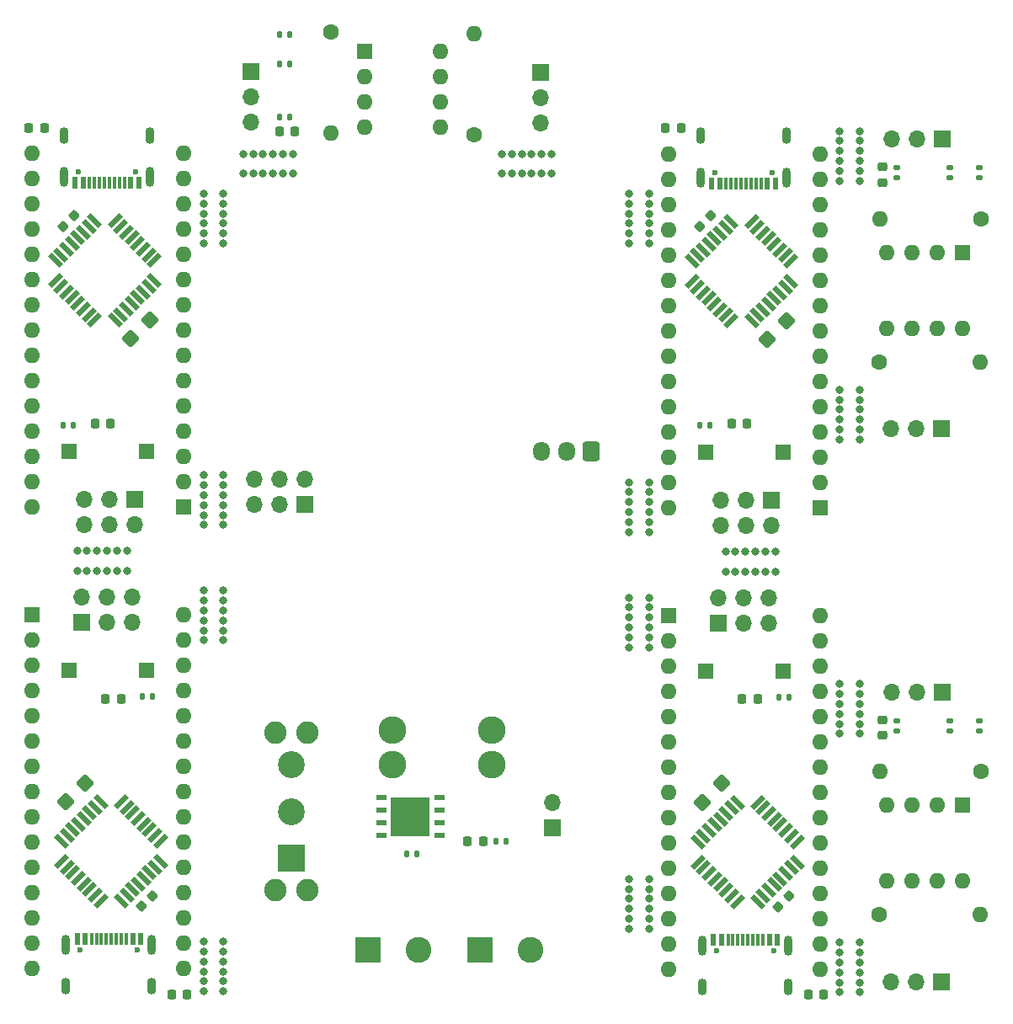
<source format=gbr>
%TF.GenerationSoftware,KiCad,Pcbnew,(6.0.1)*%
%TF.CreationDate,2022-04-04T10:53:51-04:00*%
%TF.ProjectId,arduino_usb_c,61726475-696e-46f5-9f75-73625f632e6b,rev?*%
%TF.SameCoordinates,Original*%
%TF.FileFunction,Soldermask,Top*%
%TF.FilePolarity,Negative*%
%FSLAX46Y46*%
G04 Gerber Fmt 4.6, Leading zero omitted, Abs format (unit mm)*
G04 Created by KiCad (PCBNEW (6.0.1)) date 2022-04-04 10:53:51*
%MOMM*%
%LPD*%
G01*
G04 APERTURE LIST*
G04 Aperture macros list*
%AMRoundRect*
0 Rectangle with rounded corners*
0 $1 Rounding radius*
0 $2 $3 $4 $5 $6 $7 $8 $9 X,Y pos of 4 corners*
0 Add a 4 corners polygon primitive as box body*
4,1,4,$2,$3,$4,$5,$6,$7,$8,$9,$2,$3,0*
0 Add four circle primitives for the rounded corners*
1,1,$1+$1,$2,$3*
1,1,$1+$1,$4,$5*
1,1,$1+$1,$6,$7*
1,1,$1+$1,$8,$9*
0 Add four rect primitives between the rounded corners*
20,1,$1+$1,$2,$3,$4,$5,0*
20,1,$1+$1,$4,$5,$6,$7,0*
20,1,$1+$1,$6,$7,$8,$9,0*
20,1,$1+$1,$8,$9,$2,$3,0*%
%AMRotRect*
0 Rectangle, with rotation*
0 The origin of the aperture is its center*
0 $1 length*
0 $2 width*
0 $3 Rotation angle, in degrees counterclockwise*
0 Add horizontal line*
21,1,$1,$2,0,0,$3*%
G04 Aperture macros list end*
%ADD10RoundRect,0.218750X0.218750X0.256250X-0.218750X0.256250X-0.218750X-0.256250X0.218750X-0.256250X0*%
%ADD11C,0.600000*%
%ADD12R,0.600000X1.160000*%
%ADD13R,0.300000X1.160000*%
%ADD14O,0.900000X1.700000*%
%ADD15O,0.900000X2.000000*%
%ADD16C,1.600000*%
%ADD17O,1.600000X1.600000*%
%ADD18C,0.800000*%
%ADD19R,1.500000X1.500000*%
%ADD20R,1.600000X1.600000*%
%ADD21RoundRect,0.135000X-0.135000X-0.185000X0.135000X-0.185000X0.135000X0.185000X-0.135000X0.185000X0*%
%ADD22RoundRect,0.218750X-0.218750X-0.256250X0.218750X-0.256250X0.218750X0.256250X-0.218750X0.256250X0*%
%ADD23RoundRect,0.135000X-0.185000X0.135000X-0.185000X-0.135000X0.185000X-0.135000X0.185000X0.135000X0*%
%ADD24RotRect,1.600000X0.550000X135.000000*%
%ADD25RotRect,1.600000X0.550000X225.000000*%
%ADD26RoundRect,0.250000X0.017678X0.618718X-0.618718X-0.017678X-0.017678X-0.618718X0.618718X0.017678X0*%
%ADD27RoundRect,0.225000X-0.225000X-0.250000X0.225000X-0.250000X0.225000X0.250000X-0.225000X0.250000X0*%
%ADD28R,1.100000X0.500000*%
%ADD29R,4.000000X4.000000*%
%ADD30RoundRect,0.225000X-0.250000X0.225000X-0.250000X-0.225000X0.250000X-0.225000X0.250000X0.225000X0*%
%ADD31R,1.700000X1.700000*%
%ADD32O,1.700000X1.700000*%
%ADD33RoundRect,0.225000X0.017678X-0.335876X0.335876X-0.017678X-0.017678X0.335876X-0.335876X0.017678X0*%
%ADD34RoundRect,0.225000X-0.017678X0.335876X-0.335876X0.017678X0.017678X-0.335876X0.335876X-0.017678X0*%
%ADD35C,2.780000*%
%ADD36RoundRect,0.135000X0.135000X0.185000X-0.135000X0.185000X-0.135000X-0.185000X0.135000X-0.185000X0*%
%ADD37RoundRect,0.250000X-0.017678X-0.618718X0.618718X0.017678X0.017678X0.618718X-0.618718X-0.017678X0*%
%ADD38RoundRect,0.135000X0.185000X-0.135000X0.185000X0.135000X-0.185000X0.135000X-0.185000X-0.135000X0*%
%ADD39R,2.600000X2.600000*%
%ADD40C,2.600000*%
%ADD41R,2.700000X2.700000*%
%ADD42C,2.700000*%
%ADD43C,2.250000*%
%ADD44RotRect,1.600000X0.550000X315.000000*%
%ADD45RotRect,1.600000X0.550000X45.000000*%
%ADD46RoundRect,0.250000X0.600000X0.725000X-0.600000X0.725000X-0.600000X-0.725000X0.600000X-0.725000X0*%
%ADD47O,1.700000X1.950000*%
G04 APERTURE END LIST*
D10*
%TO.C,D3*%
X111056050Y-93570000D03*
X109481050Y-93570000D03*
%TD*%
D11*
%TO.C,J1*%
X171813600Y-68384327D03*
X177593600Y-68384327D03*
D12*
X177903600Y-69444327D03*
X177103600Y-69444327D03*
D13*
X175953600Y-69444327D03*
X174953600Y-69444327D03*
X174453600Y-69444327D03*
X173453600Y-69444327D03*
D12*
X172303600Y-69444327D03*
X171503600Y-69444327D03*
X171503600Y-69444327D03*
X172303600Y-69444327D03*
D13*
X172953600Y-69444327D03*
X173953600Y-69444327D03*
X175453600Y-69444327D03*
X176453600Y-69444327D03*
D12*
X177103600Y-69444327D03*
X177903600Y-69444327D03*
D14*
X170383600Y-64694327D03*
X179023600Y-64694327D03*
D15*
X179023600Y-68864327D03*
X170383600Y-68864327D03*
%TD*%
D16*
%TO.C,R13*%
X198620000Y-128600000D03*
D17*
X188460000Y-128600000D03*
%TD*%
D18*
%TO.C,REF\u002A\u002A*%
X184400000Y-94200000D03*
X186400000Y-92200000D03*
X186400000Y-94200000D03*
X184400000Y-90200000D03*
X186400000Y-90200000D03*
X184400000Y-95200000D03*
X184400000Y-92200000D03*
X186400000Y-95200000D03*
X186400000Y-91200000D03*
X186400000Y-93200000D03*
X184400000Y-91200000D03*
X184400000Y-93200000D03*
%TD*%
D19*
%TO.C,SW1*%
X114694800Y-118414800D03*
X106894800Y-118414800D03*
%TD*%
D16*
%TO.C,R13*%
X133200000Y-54280000D03*
D17*
X133200000Y-64440000D03*
%TD*%
D19*
%TO.C,SW1*%
X170905200Y-96488527D03*
X178705200Y-96488527D03*
%TD*%
D20*
%TO.C,U5*%
X196740000Y-76400000D03*
D17*
X194200000Y-76400000D03*
X191660000Y-76400000D03*
X189120000Y-76400000D03*
X189120000Y-84020000D03*
X191660000Y-84020000D03*
X194200000Y-84020000D03*
X196740000Y-84020000D03*
%TD*%
D21*
%TO.C,R7*%
X170307400Y-93821527D03*
X171327400Y-93821527D03*
%TD*%
D22*
%TO.C,D3*%
X174543950Y-121333327D03*
X176118950Y-121333327D03*
%TD*%
D23*
%TO.C,R12*%
X195440000Y-67890000D03*
X195440000Y-68910000D03*
%TD*%
D24*
%TO.C,U1*%
X175525705Y-83287230D03*
X176091390Y-82721544D03*
X176657076Y-82155859D03*
X177222761Y-81590174D03*
X177788447Y-81024488D03*
X178354132Y-80458803D03*
X178919817Y-79893117D03*
X179485503Y-79327432D03*
D25*
X179485503Y-77276822D03*
X178919817Y-76711137D03*
X178354132Y-76145451D03*
X177788447Y-75579766D03*
X177222761Y-75014080D03*
X176657076Y-74448395D03*
X176091390Y-73882710D03*
X175525705Y-73317024D03*
D24*
X173475095Y-73317024D03*
X172909410Y-73882710D03*
X172343724Y-74448395D03*
X171778039Y-75014080D03*
X171212353Y-75579766D03*
X170646668Y-76145451D03*
X170080983Y-76711137D03*
X169515297Y-77276822D03*
D25*
X169515297Y-79327432D03*
X170080983Y-79893117D03*
X170646668Y-80458803D03*
X171212353Y-81024488D03*
X171778039Y-81590174D03*
X172343724Y-82155859D03*
X172909410Y-82721544D03*
X173475095Y-83287230D03*
%TD*%
D18*
%TO.C,REF\u002A\u002A*%
X152400000Y-66500000D03*
X151400000Y-68500000D03*
X154400000Y-66500000D03*
X150400000Y-68500000D03*
X151400000Y-66500000D03*
X155400000Y-68500000D03*
X153400000Y-66500000D03*
X152400000Y-68500000D03*
X153400000Y-68500000D03*
X150400000Y-66500000D03*
X155400000Y-66500000D03*
X154400000Y-68500000D03*
%TD*%
%TO.C,REF\u002A\u002A*%
X165200000Y-100503327D03*
X163200000Y-100503327D03*
X163200000Y-104503327D03*
X163200000Y-102503327D03*
X163200000Y-99503327D03*
X165200000Y-104503327D03*
X165200000Y-101503327D03*
X163200000Y-101503327D03*
X165200000Y-99503327D03*
X163200000Y-103503327D03*
X165200000Y-102503327D03*
X165200000Y-103503327D03*
%TD*%
%TO.C,REF\u002A\u002A*%
X163200000Y-116103327D03*
X163200000Y-114103327D03*
X163200000Y-112103327D03*
X165200000Y-114103327D03*
X165200000Y-113103327D03*
X163200000Y-111103327D03*
X165200000Y-112103327D03*
X165200000Y-111103327D03*
X165200000Y-116103327D03*
X163200000Y-113103327D03*
X163200000Y-115103327D03*
X165200000Y-115103327D03*
%TD*%
D23*
%TO.C,R10*%
X190140000Y-67890000D03*
X190140000Y-68910000D03*
%TD*%
D26*
%TO.C,C3*%
X108498194Y-129728406D03*
X106589006Y-131637594D03*
%TD*%
D18*
%TO.C,REF\u002A\u002A*%
X112700000Y-108400000D03*
X110700000Y-108400000D03*
X111700000Y-106400000D03*
X109700000Y-106400000D03*
X110700000Y-106400000D03*
X107700000Y-108400000D03*
X111700000Y-108400000D03*
X108700000Y-108400000D03*
X109700000Y-108400000D03*
X112700000Y-106400000D03*
X108700000Y-106400000D03*
X107700000Y-106400000D03*
%TD*%
D23*
%TO.C,R10*%
X190140000Y-123490000D03*
X190140000Y-124510000D03*
%TD*%
D27*
%TO.C,C6*%
X128025000Y-64260000D03*
X129575000Y-64260000D03*
%TD*%
D28*
%TO.C,U4*%
X138306600Y-131207400D03*
X138306600Y-132477400D03*
X138306600Y-133747400D03*
X138306600Y-135017400D03*
X144106600Y-135017400D03*
X144106600Y-133747400D03*
X144106600Y-132477400D03*
X144106600Y-131207400D03*
D29*
X141206600Y-133112400D03*
%TD*%
D30*
%TO.C,C6*%
X188640000Y-67825000D03*
X188640000Y-69375000D03*
%TD*%
D21*
%TO.C,R12*%
X128090000Y-57460000D03*
X129110000Y-57460000D03*
%TD*%
%TO.C,R7*%
X106304150Y-93747800D03*
X107324150Y-93747800D03*
%TD*%
D26*
%TO.C,C3*%
X172501444Y-129802133D03*
X170592256Y-131711321D03*
%TD*%
D20*
%TO.C,A1*%
X167178050Y-112925927D03*
D17*
X167178050Y-115465927D03*
X167178050Y-118005927D03*
X167178050Y-120545927D03*
X167178050Y-123085927D03*
X167178050Y-125625927D03*
X167178050Y-128165927D03*
X167178050Y-130705927D03*
X167178050Y-133245927D03*
X167178050Y-135785927D03*
X167178050Y-138325927D03*
X167178050Y-140865927D03*
X167178050Y-143405927D03*
X167178050Y-145945927D03*
X167178050Y-148485927D03*
X182418050Y-148485927D03*
X182418050Y-145945927D03*
X182418050Y-143405927D03*
X182418050Y-140865927D03*
X182418050Y-138325927D03*
X182418050Y-135785927D03*
X182418050Y-133245927D03*
X182418050Y-130705927D03*
X182418050Y-128165927D03*
X182418050Y-125625927D03*
X182418050Y-123085927D03*
X182418050Y-120545927D03*
X182418050Y-118005927D03*
X182418050Y-115465927D03*
X182418050Y-112925927D03*
%TD*%
D18*
%TO.C,REF\u002A\u002A*%
X122400000Y-114400000D03*
X122400000Y-112400000D03*
X120400000Y-113400000D03*
X120400000Y-112400000D03*
X122400000Y-111400000D03*
X120400000Y-114400000D03*
X122400000Y-110400000D03*
X120400000Y-111400000D03*
X120400000Y-110400000D03*
X122400000Y-113400000D03*
X122400000Y-115400000D03*
X120400000Y-115400000D03*
%TD*%
D31*
%TO.C,J6*%
X130617200Y-101737600D03*
D32*
X130617200Y-99197600D03*
X128077200Y-101737600D03*
X128077200Y-99197600D03*
X125537200Y-101737600D03*
X125537200Y-99197600D03*
%TD*%
D18*
%TO.C,REF\u002A\u002A*%
X163200000Y-144403327D03*
X163200000Y-140403327D03*
X163200000Y-142403327D03*
X165200000Y-144403327D03*
X165200000Y-143403327D03*
X163200000Y-143403327D03*
X163200000Y-139403327D03*
X165200000Y-139403327D03*
X163200000Y-141403327D03*
X165200000Y-140403327D03*
X165200000Y-142403327D03*
X165200000Y-141403327D03*
%TD*%
D33*
%TO.C,C2*%
X106327734Y-73761816D03*
X107423750Y-72665800D03*
%TD*%
D34*
%TO.C,C2*%
X179272266Y-141141511D03*
X178176250Y-142237527D03*
%TD*%
D20*
%TO.C,U5*%
X136600000Y-56160000D03*
D17*
X136600000Y-58700000D03*
X136600000Y-61240000D03*
X136600000Y-63780000D03*
X144220000Y-63780000D03*
X144220000Y-61240000D03*
X144220000Y-58700000D03*
X144220000Y-56160000D03*
%TD*%
D33*
%TO.C,C2*%
X170330984Y-73835543D03*
X171427000Y-72739527D03*
%TD*%
D35*
%TO.C,F1*%
X139439000Y-127860800D03*
X139439000Y-124460800D03*
X149359000Y-127860800D03*
X149359000Y-124460800D03*
%TD*%
D31*
%TO.C,J7*%
X125200000Y-58220000D03*
D32*
X125200000Y-60760000D03*
X125200000Y-63300000D03*
%TD*%
D20*
%TO.C,A1*%
X182425200Y-102051127D03*
D17*
X182425200Y-99511127D03*
X182425200Y-96971127D03*
X182425200Y-94431127D03*
X182425200Y-91891127D03*
X182425200Y-89351127D03*
X182425200Y-86811127D03*
X182425200Y-84271127D03*
X182425200Y-81731127D03*
X182425200Y-79191127D03*
X182425200Y-76651127D03*
X182425200Y-74111127D03*
X182425200Y-71571127D03*
X182425200Y-69031127D03*
X182425200Y-66491127D03*
X167185200Y-66491127D03*
X167185200Y-69031127D03*
X167185200Y-71571127D03*
X167185200Y-74111127D03*
X167185200Y-76651127D03*
X167185200Y-79191127D03*
X167185200Y-81731127D03*
X167185200Y-84271127D03*
X167185200Y-86811127D03*
X167185200Y-89351127D03*
X167185200Y-91891127D03*
X167185200Y-94431127D03*
X167185200Y-96971127D03*
X167185200Y-99511127D03*
X167185200Y-102051127D03*
%TD*%
D36*
%TO.C,R8*%
X141835600Y-136872400D03*
X140815600Y-136872400D03*
%TD*%
D18*
%TO.C,REF\u002A\u002A*%
X175900000Y-108503327D03*
X174900000Y-106503327D03*
X176900000Y-108503327D03*
X173900000Y-106503327D03*
X172900000Y-106503327D03*
X172900000Y-108503327D03*
X174900000Y-108503327D03*
X175900000Y-106503327D03*
X176900000Y-106503327D03*
X173900000Y-108503327D03*
X177900000Y-108503327D03*
X177900000Y-106503327D03*
%TD*%
D31*
%TO.C,J8*%
X194565000Y-149725000D03*
D32*
X192025000Y-149725000D03*
X189485000Y-149725000D03*
%TD*%
D11*
%TO.C,J1*%
X172009650Y-146592727D03*
X177789650Y-146592727D03*
D12*
X171699650Y-145532727D03*
X172499650Y-145532727D03*
D13*
X173649650Y-145532727D03*
X174649650Y-145532727D03*
X175149650Y-145532727D03*
X176149650Y-145532727D03*
D12*
X177299650Y-145532727D03*
X178099650Y-145532727D03*
X178099650Y-145532727D03*
X177299650Y-145532727D03*
D13*
X176649650Y-145532727D03*
X175649650Y-145532727D03*
X174149650Y-145532727D03*
X173149650Y-145532727D03*
D12*
X172499650Y-145532727D03*
X171699650Y-145532727D03*
D15*
X170579650Y-146112727D03*
D14*
X170579650Y-150282727D03*
X179219650Y-150282727D03*
D15*
X179219650Y-146112727D03*
%TD*%
D16*
%TO.C,R14*%
X147600000Y-64540000D03*
D17*
X147600000Y-54380000D03*
%TD*%
D11*
%TO.C,J1*%
X107810350Y-68310600D03*
X113590350Y-68310600D03*
D12*
X113900350Y-69370600D03*
X113100350Y-69370600D03*
D13*
X111950350Y-69370600D03*
X110950350Y-69370600D03*
X110450350Y-69370600D03*
X109450350Y-69370600D03*
D12*
X108300350Y-69370600D03*
X107500350Y-69370600D03*
X107500350Y-69370600D03*
X108300350Y-69370600D03*
D13*
X108950350Y-69370600D03*
X109950350Y-69370600D03*
X111450350Y-69370600D03*
X112450350Y-69370600D03*
D12*
X113100350Y-69370600D03*
X113900350Y-69370600D03*
D14*
X115020350Y-64620600D03*
D15*
X106380350Y-68790600D03*
X115020350Y-68790600D03*
D14*
X106380350Y-64620600D03*
%TD*%
D22*
%TO.C,D1*%
X102826150Y-63852000D03*
X104401150Y-63852000D03*
%TD*%
D31*
%TO.C,J8*%
X194565000Y-94125000D03*
D32*
X192025000Y-94125000D03*
X189485000Y-94125000D03*
%TD*%
D24*
%TO.C,U1*%
X111522455Y-83213503D03*
X112088140Y-82647817D03*
X112653826Y-82082132D03*
X113219511Y-81516447D03*
X113785197Y-80950761D03*
X114350882Y-80385076D03*
X114916567Y-79819390D03*
X115482253Y-79253705D03*
D25*
X115482253Y-77203095D03*
X114916567Y-76637410D03*
X114350882Y-76071724D03*
X113785197Y-75506039D03*
X113219511Y-74940353D03*
X112653826Y-74374668D03*
X112088140Y-73808983D03*
X111522455Y-73243297D03*
D24*
X109471845Y-73243297D03*
X108906160Y-73808983D03*
X108340474Y-74374668D03*
X107774789Y-74940353D03*
X107209103Y-75506039D03*
X106643418Y-76071724D03*
X106077733Y-76637410D03*
X105512047Y-77203095D03*
D25*
X105512047Y-79253705D03*
X106077733Y-79819390D03*
X106643418Y-80385076D03*
X107209103Y-80950761D03*
X107774789Y-81516447D03*
X108340474Y-82082132D03*
X108906160Y-82647817D03*
X109471845Y-83213503D03*
%TD*%
D22*
%TO.C,D3*%
X110540700Y-121259600D03*
X112115700Y-121259600D03*
%TD*%
D18*
%TO.C,REF\u002A\u002A*%
X186400000Y-149800000D03*
X184400000Y-150800000D03*
X184400000Y-146800000D03*
X184400000Y-147800000D03*
X186400000Y-147800000D03*
X184400000Y-145800000D03*
X184400000Y-149800000D03*
X186400000Y-145800000D03*
X186400000Y-148800000D03*
X184400000Y-148800000D03*
X186400000Y-146800000D03*
X186400000Y-150800000D03*
%TD*%
D37*
%TO.C,C3*%
X113098556Y-85101194D03*
X115007744Y-83192006D03*
%TD*%
D38*
%TO.C,R11*%
X198440000Y-124510000D03*
X198440000Y-123490000D03*
%TD*%
D20*
%TO.C,A1*%
X118421950Y-101977400D03*
D17*
X118421950Y-99437400D03*
X118421950Y-96897400D03*
X118421950Y-94357400D03*
X118421950Y-91817400D03*
X118421950Y-89277400D03*
X118421950Y-86737400D03*
X118421950Y-84197400D03*
X118421950Y-81657400D03*
X118421950Y-79117400D03*
X118421950Y-76577400D03*
X118421950Y-74037400D03*
X118421950Y-71497400D03*
X118421950Y-68957400D03*
X118421950Y-66417400D03*
X103181950Y-66417400D03*
X103181950Y-68957400D03*
X103181950Y-71497400D03*
X103181950Y-74037400D03*
X103181950Y-76577400D03*
X103181950Y-79117400D03*
X103181950Y-81657400D03*
X103181950Y-84197400D03*
X103181950Y-86737400D03*
X103181950Y-89277400D03*
X103181950Y-91817400D03*
X103181950Y-94357400D03*
X103181950Y-96897400D03*
X103181950Y-99437400D03*
X103181950Y-101977400D03*
%TD*%
D31*
%TO.C,J7*%
X194680000Y-120600000D03*
D32*
X192140000Y-120600000D03*
X189600000Y-120600000D03*
%TD*%
D30*
%TO.C,C6*%
X188640000Y-123425000D03*
X188640000Y-124975000D03*
%TD*%
D10*
%TO.C,D1*%
X182773850Y-151051327D03*
X181198850Y-151051327D03*
%TD*%
D22*
%TO.C,D1*%
X166829400Y-63925727D03*
X168404400Y-63925727D03*
%TD*%
D10*
%TO.C,D1*%
X118770600Y-150977600D03*
X117195600Y-150977600D03*
%TD*%
D31*
%TO.C,J2*%
X113468950Y-101215400D03*
D32*
X113468950Y-103755400D03*
X110928950Y-101215400D03*
X110928950Y-103755400D03*
X108388950Y-101215400D03*
X108388950Y-103755400D03*
%TD*%
D11*
%TO.C,J1*%
X108006400Y-146519000D03*
X113786400Y-146519000D03*
D12*
X107696400Y-145459000D03*
X108496400Y-145459000D03*
D13*
X109646400Y-145459000D03*
X110646400Y-145459000D03*
X111146400Y-145459000D03*
X112146400Y-145459000D03*
D12*
X113296400Y-145459000D03*
X114096400Y-145459000D03*
X114096400Y-145459000D03*
X113296400Y-145459000D03*
D13*
X112646400Y-145459000D03*
X111646400Y-145459000D03*
X110146400Y-145459000D03*
X109146400Y-145459000D03*
D12*
X108496400Y-145459000D03*
X107696400Y-145459000D03*
D15*
X106576400Y-146039000D03*
D14*
X115216400Y-150209000D03*
X106576400Y-150209000D03*
D15*
X115216400Y-146039000D03*
%TD*%
D31*
%TO.C,J2*%
X177472200Y-101289127D03*
D32*
X177472200Y-103829127D03*
X174932200Y-101289127D03*
X174932200Y-103829127D03*
X172392200Y-101289127D03*
X172392200Y-103829127D03*
%TD*%
D31*
%TO.C,J2*%
X172131050Y-113687927D03*
D32*
X172131050Y-111147927D03*
X174671050Y-113687927D03*
X174671050Y-111147927D03*
X177211050Y-113687927D03*
X177211050Y-111147927D03*
%TD*%
D39*
%TO.C,J3*%
X148229400Y-146557200D03*
D40*
X153309400Y-146557200D03*
%TD*%
D21*
%TO.C,R10*%
X128090000Y-62760000D03*
X129110000Y-62760000D03*
%TD*%
D31*
%TO.C,MES1*%
X155473800Y-134243400D03*
D32*
X155473800Y-131703400D03*
%TD*%
D18*
%TO.C,REF\u002A\u002A*%
X122400000Y-75500000D03*
X120400000Y-74500000D03*
X122400000Y-72500000D03*
X120400000Y-75500000D03*
X120400000Y-70500000D03*
X122400000Y-74500000D03*
X120400000Y-72500000D03*
X122400000Y-71500000D03*
X122400000Y-70500000D03*
X122400000Y-73500000D03*
X120400000Y-73500000D03*
X120400000Y-71500000D03*
%TD*%
D16*
%TO.C,R13*%
X198620000Y-73000000D03*
D17*
X188460000Y-73000000D03*
%TD*%
D18*
%TO.C,REF\u002A\u002A*%
X125400000Y-66500000D03*
X127400000Y-66500000D03*
X124400000Y-66500000D03*
X128400000Y-66500000D03*
X127400000Y-68500000D03*
X125400000Y-68500000D03*
X124400000Y-68500000D03*
X126400000Y-66500000D03*
X128400000Y-68500000D03*
X129400000Y-68500000D03*
X129400000Y-66500000D03*
X126400000Y-68500000D03*
%TD*%
D34*
%TO.C,C2*%
X115269016Y-141067784D03*
X114173000Y-142163800D03*
%TD*%
D18*
%TO.C,REF\u002A\u002A*%
X120400000Y-147700000D03*
X120400000Y-145700000D03*
X122400000Y-145700000D03*
X122400000Y-148700000D03*
X122400000Y-150700000D03*
X120400000Y-146700000D03*
X120400000Y-148700000D03*
X120400000Y-150700000D03*
X122400000Y-149700000D03*
X120400000Y-149700000D03*
X122400000Y-147700000D03*
X122400000Y-146700000D03*
%TD*%
D20*
%TO.C,A1*%
X103174800Y-112852200D03*
D17*
X103174800Y-115392200D03*
X103174800Y-117932200D03*
X103174800Y-120472200D03*
X103174800Y-123012200D03*
X103174800Y-125552200D03*
X103174800Y-128092200D03*
X103174800Y-130632200D03*
X103174800Y-133172200D03*
X103174800Y-135712200D03*
X103174800Y-138252200D03*
X103174800Y-140792200D03*
X103174800Y-143332200D03*
X103174800Y-145872200D03*
X103174800Y-148412200D03*
X118414800Y-148412200D03*
X118414800Y-145872200D03*
X118414800Y-143332200D03*
X118414800Y-140792200D03*
X118414800Y-138252200D03*
X118414800Y-135712200D03*
X118414800Y-133172200D03*
X118414800Y-130632200D03*
X118414800Y-128092200D03*
X118414800Y-125552200D03*
X118414800Y-123012200D03*
X118414800Y-120472200D03*
X118414800Y-117932200D03*
X118414800Y-115392200D03*
X118414800Y-112852200D03*
%TD*%
D19*
%TO.C,SW1*%
X178698050Y-118488527D03*
X170898050Y-118488527D03*
%TD*%
D37*
%TO.C,C3*%
X177101806Y-85174921D03*
X179010994Y-83265733D03*
%TD*%
D20*
%TO.C,U5*%
X196740000Y-132000000D03*
D17*
X194200000Y-132000000D03*
X191660000Y-132000000D03*
X189120000Y-132000000D03*
X189120000Y-139620000D03*
X191660000Y-139620000D03*
X194200000Y-139620000D03*
X196740000Y-139620000D03*
%TD*%
D36*
%TO.C,R11*%
X129110000Y-54460000D03*
X128090000Y-54460000D03*
%TD*%
D23*
%TO.C,R12*%
X195440000Y-123490000D03*
X195440000Y-124510000D03*
%TD*%
D41*
%TO.C,SW2*%
X129209800Y-137312400D03*
D42*
X129209800Y-132612400D03*
X129209800Y-127912400D03*
D43*
X127609800Y-140512400D03*
X130809800Y-140512400D03*
X127609800Y-124712400D03*
X130809800Y-124712400D03*
%TD*%
D16*
%TO.C,R14*%
X188360000Y-87400000D03*
D17*
X198520000Y-87400000D03*
%TD*%
D19*
%TO.C,SW1*%
X106901950Y-96414800D03*
X114701950Y-96414800D03*
%TD*%
D18*
%TO.C,REF\u002A\u002A*%
X165200000Y-70500000D03*
X163200000Y-75500000D03*
X163200000Y-74500000D03*
X163200000Y-73500000D03*
X165200000Y-75500000D03*
X163200000Y-71500000D03*
X165200000Y-72500000D03*
X165200000Y-71500000D03*
X163200000Y-70500000D03*
X163200000Y-72500000D03*
X165200000Y-73500000D03*
X165200000Y-74500000D03*
%TD*%
D38*
%TO.C,R11*%
X198440000Y-68910000D03*
X198440000Y-67890000D03*
%TD*%
D18*
%TO.C,REF\u002A\u002A*%
X184400000Y-67200000D03*
X186400000Y-67200000D03*
X186400000Y-64200000D03*
X184400000Y-68200000D03*
X186400000Y-68200000D03*
X186400000Y-69200000D03*
X184400000Y-66200000D03*
X186400000Y-66200000D03*
X184400000Y-64200000D03*
X184400000Y-65200000D03*
X186400000Y-65200000D03*
X184400000Y-69200000D03*
%TD*%
%TO.C,REF\u002A\u002A*%
X184400000Y-123800000D03*
X186400000Y-124800000D03*
X184400000Y-119800000D03*
X184400000Y-124800000D03*
X184400000Y-122800000D03*
X186400000Y-119800000D03*
X184400000Y-120800000D03*
X186400000Y-123800000D03*
X186400000Y-122800000D03*
X186400000Y-121800000D03*
X186400000Y-120800000D03*
X184400000Y-121800000D03*
%TD*%
D44*
%TO.C,U1*%
X110074295Y-131616097D03*
X109508610Y-132181783D03*
X108942924Y-132747468D03*
X108377239Y-133313153D03*
X107811553Y-133878839D03*
X107245868Y-134444524D03*
X106680183Y-135010210D03*
X106114497Y-135575895D03*
D45*
X106114497Y-137626505D03*
X106680183Y-138192190D03*
X107245868Y-138757876D03*
X107811553Y-139323561D03*
X108377239Y-139889247D03*
X108942924Y-140454932D03*
X109508610Y-141020617D03*
X110074295Y-141586303D03*
D44*
X112124905Y-141586303D03*
X112690590Y-141020617D03*
X113256276Y-140454932D03*
X113821961Y-139889247D03*
X114387647Y-139323561D03*
X114953332Y-138757876D03*
X115519017Y-138192190D03*
X116084703Y-137626505D03*
D45*
X116084703Y-135575895D03*
X115519017Y-135010210D03*
X114953332Y-134444524D03*
X114387647Y-133878839D03*
X113821961Y-133313153D03*
X113256276Y-132747468D03*
X112690590Y-132181783D03*
X112124905Y-131616097D03*
%TD*%
D31*
%TO.C,J8*%
X154325000Y-58335000D03*
D32*
X154325000Y-60875000D03*
X154325000Y-63415000D03*
%TD*%
D46*
%TO.C,J5*%
X159395800Y-96409000D03*
D47*
X156895800Y-96409000D03*
X154395800Y-96409000D03*
%TD*%
D10*
%TO.C,D3*%
X175059300Y-93643727D03*
X173484300Y-93643727D03*
%TD*%
D18*
%TO.C,REF\u002A\u002A*%
X120400000Y-103800000D03*
X120400000Y-101800000D03*
X122400000Y-103800000D03*
X122400000Y-98800000D03*
X122400000Y-102800000D03*
X122400000Y-99800000D03*
X122400000Y-100800000D03*
X120400000Y-99800000D03*
X120400000Y-98800000D03*
X120400000Y-100800000D03*
X120400000Y-102800000D03*
X122400000Y-101800000D03*
%TD*%
D31*
%TO.C,J7*%
X194680000Y-65000000D03*
D32*
X192140000Y-65000000D03*
X189600000Y-65000000D03*
%TD*%
D36*
%TO.C,R7*%
X115292600Y-121081800D03*
X114272600Y-121081800D03*
%TD*%
D39*
%TO.C,J4*%
X136951800Y-146557200D03*
D40*
X142031800Y-146557200D03*
%TD*%
D22*
%TO.C,D4*%
X146964300Y-135635000D03*
X148539300Y-135635000D03*
%TD*%
D31*
%TO.C,J2*%
X108127800Y-113614200D03*
D32*
X108127800Y-111074200D03*
X110667800Y-113614200D03*
X110667800Y-111074200D03*
X113207800Y-113614200D03*
X113207800Y-111074200D03*
%TD*%
D44*
%TO.C,U1*%
X174077545Y-131689824D03*
X173511860Y-132255510D03*
X172946174Y-132821195D03*
X172380489Y-133386880D03*
X171814803Y-133952566D03*
X171249118Y-134518251D03*
X170683433Y-135083937D03*
X170117747Y-135649622D03*
D45*
X170117747Y-137700232D03*
X170683433Y-138265917D03*
X171249118Y-138831603D03*
X171814803Y-139397288D03*
X172380489Y-139962974D03*
X172946174Y-140528659D03*
X173511860Y-141094344D03*
X174077545Y-141660030D03*
D44*
X176128155Y-141660030D03*
X176693840Y-141094344D03*
X177259526Y-140528659D03*
X177825211Y-139962974D03*
X178390897Y-139397288D03*
X178956582Y-138831603D03*
X179522267Y-138265917D03*
X180087953Y-137700232D03*
D45*
X180087953Y-135649622D03*
X179522267Y-135083937D03*
X178956582Y-134518251D03*
X178390897Y-133952566D03*
X177825211Y-133386880D03*
X177259526Y-132821195D03*
X176693840Y-132255510D03*
X176128155Y-131689824D03*
%TD*%
D36*
%TO.C,R7*%
X179295850Y-121155527D03*
X178275850Y-121155527D03*
%TD*%
%TO.C,R9*%
X150852600Y-135635000D03*
X149832600Y-135635000D03*
%TD*%
D16*
%TO.C,R14*%
X188360000Y-143000000D03*
D17*
X198520000Y-143000000D03*
%TD*%
M02*

</source>
